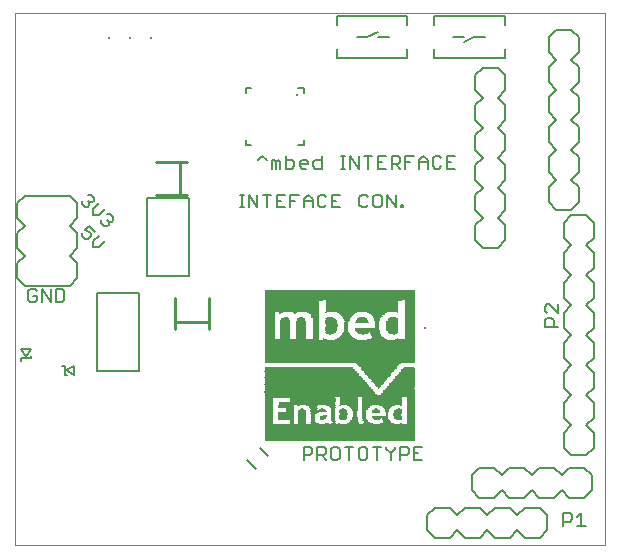
<source format=gto>
G75*
%MOIN*%
%OFA0B0*%
%FSLAX25Y25*%
%IPPOS*%
%LPD*%
%AMOC8*
5,1,8,0,0,1.08239X$1,22.5*
%
%ADD10C,0.00000*%
%ADD11C,0.00800*%
%ADD12C,0.01000*%
%ADD13C,0.00500*%
%ADD14R,0.00886X0.00886*%
%ADD15R,0.00984X0.00984*%
%ADD16R,0.50000X0.00182*%
%ADD17R,0.50000X0.00182*%
%ADD18R,0.50000X0.00181*%
%ADD19R,0.02910X0.00181*%
%ADD20R,0.01280X0.00181*%
%ADD21R,0.02730X0.00181*%
%ADD22R,0.02550X0.00181*%
%ADD23R,0.01090X0.00181*%
%ADD24R,0.01270X0.00181*%
%ADD25R,0.00730X0.00181*%
%ADD26R,0.04000X0.00181*%
%ADD27R,0.03090X0.00181*%
%ADD28R,0.04550X0.00181*%
%ADD29R,0.00370X0.00181*%
%ADD30R,0.02910X0.00182*%
%ADD31R,0.01280X0.00182*%
%ADD32R,0.02730X0.00182*%
%ADD33R,0.02180X0.00182*%
%ADD34R,0.00550X0.00182*%
%ADD35R,0.01090X0.00182*%
%ADD36R,0.00190X0.00182*%
%ADD37R,0.03450X0.00182*%
%ADD38R,0.02360X0.00182*%
%ADD39R,0.03630X0.00182*%
%ADD40R,0.01820X0.00182*%
%ADD41R,0.00910X0.00182*%
%ADD42R,0.03090X0.00182*%
%ADD43R,0.02000X0.00182*%
%ADD44R,0.02910X0.00182*%
%ADD45R,0.01280X0.00182*%
%ADD46R,0.02730X0.00182*%
%ADD47R,0.01640X0.00182*%
%ADD48R,0.00910X0.00182*%
%ADD49R,0.02730X0.00182*%
%ADD50R,0.01640X0.00182*%
%ADD51R,0.02550X0.00182*%
%ADD52R,0.01460X0.00182*%
%ADD53R,0.02550X0.00182*%
%ADD54R,0.01630X0.00182*%
%ADD55R,0.02370X0.00182*%
%ADD56R,0.01270X0.00182*%
%ADD57R,0.02370X0.00182*%
%ADD58R,0.01630X0.00182*%
%ADD59R,0.02190X0.00182*%
%ADD60R,0.02180X0.00181*%
%ADD61R,0.01820X0.00181*%
%ADD62R,0.00540X0.00182*%
%ADD63R,0.00730X0.00182*%
%ADD64R,0.01640X0.00182*%
%ADD65R,0.05100X0.00182*%
%ADD66R,0.01820X0.00182*%
%ADD67R,0.02180X0.00182*%
%ADD68R,0.01810X0.00182*%
%ADD69R,0.01450X0.00182*%
%ADD70R,0.02540X0.00182*%
%ADD71R,0.05100X0.00181*%
%ADD72R,0.01450X0.00181*%
%ADD73R,0.02360X0.00181*%
%ADD74R,0.01460X0.00181*%
%ADD75R,0.05450X0.00181*%
%ADD76R,0.01640X0.00182*%
%ADD77R,0.01460X0.00182*%
%ADD78R,0.05450X0.00182*%
%ADD79R,0.05100X0.00182*%
%ADD80R,0.01270X0.00182*%
%ADD81R,0.01810X0.00182*%
%ADD82R,0.01450X0.00182*%
%ADD83R,0.02540X0.00182*%
%ADD84R,0.01460X0.00182*%
%ADD85R,0.05640X0.00182*%
%ADD86R,0.01640X0.00181*%
%ADD87R,0.00910X0.00181*%
%ADD88R,0.02900X0.00182*%
%ADD89R,0.03090X0.00181*%
%ADD90R,0.02540X0.00181*%
%ADD91R,0.02720X0.00181*%
%ADD92R,0.05270X0.00182*%
%ADD93R,0.02720X0.00182*%
%ADD94R,0.05090X0.00182*%
%ADD95R,0.02360X0.00182*%
%ADD96R,0.02000X0.00182*%
%ADD97R,0.05090X0.00182*%
%ADD98R,0.02180X0.00182*%
%ADD99R,0.01820X0.00182*%
%ADD100R,0.01270X0.00182*%
%ADD101R,0.02190X0.00182*%
%ADD102R,0.00720X0.00182*%
%ADD103R,0.02360X0.00181*%
%ADD104R,0.01630X0.00181*%
%ADD105R,0.02000X0.00181*%
%ADD106R,0.02910X0.00182*%
%ADD107R,0.00360X0.00181*%
%ADD108R,0.04000X0.00182*%
%ADD109R,0.00360X0.00182*%
%ADD110R,0.03640X0.00182*%
%ADD111R,0.03640X0.00182*%
%ADD112R,0.05090X0.00182*%
%ADD113R,0.00370X0.00182*%
%ADD114R,0.18910X0.00182*%
%ADD115R,0.06000X0.00182*%
%ADD116R,0.13280X0.00182*%
%ADD117R,0.18910X0.00182*%
%ADD118R,0.06000X0.00182*%
%ADD119R,0.13280X0.00182*%
%ADD120R,0.18910X0.00181*%
%ADD121R,0.06000X0.00181*%
%ADD122R,0.13280X0.00181*%
%ADD123R,0.15090X0.00182*%
%ADD124R,0.15090X0.00181*%
%ADD125R,0.15090X0.00182*%
%ADD126R,0.23450X0.00182*%
%ADD127R,0.24180X0.00182*%
%ADD128R,0.06730X0.00182*%
%ADD129R,0.14000X0.00182*%
%ADD130R,0.37450X0.00182*%
%ADD131R,0.11640X0.00182*%
%ADD132R,0.37270X0.00182*%
%ADD133R,0.11460X0.00182*%
%ADD134R,0.37090X0.00182*%
%ADD135R,0.11270X0.00182*%
%ADD136R,0.36910X0.00181*%
%ADD137R,0.11090X0.00181*%
%ADD138R,0.36730X0.00182*%
%ADD139R,0.10910X0.00182*%
%ADD140R,0.36540X0.00182*%
%ADD141R,0.10730X0.00182*%
%ADD142R,0.36360X0.00182*%
%ADD143R,0.10730X0.00182*%
%ADD144R,0.36360X0.00182*%
%ADD145R,0.10550X0.00182*%
%ADD146R,0.36180X0.00182*%
%ADD147R,0.10360X0.00182*%
%ADD148R,0.36000X0.00181*%
%ADD149R,0.10180X0.00181*%
%ADD150R,0.35820X0.00182*%
%ADD151R,0.10000X0.00182*%
%ADD152R,0.35640X0.00182*%
%ADD153R,0.09820X0.00182*%
%ADD154R,0.35450X0.00182*%
%ADD155R,0.09640X0.00182*%
%ADD156R,0.35270X0.00182*%
%ADD157R,0.00180X0.00182*%
%ADD158R,0.35090X0.00181*%
%ADD159R,0.00540X0.00181*%
%ADD160R,0.09460X0.00181*%
%ADD161R,0.35090X0.00182*%
%ADD162R,0.09270X0.00182*%
%ADD163R,0.34910X0.00182*%
%ADD164R,0.09090X0.00182*%
%ADD165R,0.34730X0.00182*%
%ADD166R,0.08910X0.00182*%
%ADD167R,0.34540X0.00182*%
%ADD168R,0.08730X0.00182*%
%ADD169R,0.34360X0.00182*%
%ADD170R,0.08550X0.00182*%
%ADD171R,0.34180X0.00181*%
%ADD172R,0.08550X0.00181*%
%ADD173R,0.34000X0.00182*%
%ADD174R,0.08360X0.00182*%
%ADD175R,0.33820X0.00182*%
%ADD176R,0.08180X0.00182*%
%ADD177R,0.03460X0.00182*%
%ADD178R,0.08000X0.00182*%
%ADD179R,0.33640X0.00182*%
%ADD180R,0.07820X0.00182*%
%ADD181R,0.33450X0.00181*%
%ADD182R,0.07640X0.00181*%
%ADD183R,0.33270X0.00182*%
%ADD184R,0.04360X0.00182*%
%ADD185R,0.07460X0.00182*%
%ADD186R,0.33090X0.00182*%
%ADD187R,0.04540X0.00182*%
%ADD188R,0.32910X0.00182*%
%ADD189R,0.04910X0.00182*%
%ADD190R,0.07270X0.00182*%
%ADD191R,0.32730X0.00182*%
%ADD192R,0.07090X0.00182*%
%ADD193R,0.32540X0.00182*%
%ADD194R,0.05640X0.00182*%
%ADD195R,0.06910X0.00182*%
%ADD196R,0.32540X0.00181*%
%ADD197R,0.05820X0.00181*%
%ADD198R,0.06730X0.00181*%
%ADD199R,0.32360X0.00182*%
%ADD200R,0.06180X0.00182*%
%ADD201R,0.06550X0.00182*%
%ADD202R,0.32180X0.00182*%
%ADD203R,0.06360X0.00182*%
%ADD204R,0.32000X0.00182*%
%ADD205R,0.06910X0.00182*%
%ADD206R,0.31820X0.00182*%
%ADD207R,0.31640X0.00181*%
%ADD208R,0.07460X0.00181*%
%ADD209R,0.31450X0.00182*%
%ADD210R,0.07820X0.00182*%
%ADD211R,0.05820X0.00182*%
%ADD212R,0.31270X0.00182*%
%ADD213R,0.08360X0.00182*%
%ADD214R,0.05460X0.00182*%
%ADD215R,0.31090X0.00182*%
%ADD216R,0.08730X0.00182*%
%ADD217R,0.30910X0.00182*%
%ADD218R,0.09090X0.00182*%
%ADD219R,0.30730X0.00181*%
%ADD220R,0.09450X0.00181*%
%ADD221R,0.05090X0.00181*%
%ADD222R,0.30540X0.00182*%
%ADD223R,0.04910X0.00182*%
%ADD224R,0.30360X0.00182*%
%ADD225R,0.04730X0.00182*%
%ADD226R,0.30180X0.00182*%
%ADD227R,0.10180X0.00182*%
%ADD228R,0.04550X0.00182*%
%ADD229R,0.30000X0.00181*%
%ADD230R,0.10910X0.00181*%
%ADD231R,0.04360X0.00181*%
%ADD232R,0.29820X0.00182*%
%ADD233R,0.04180X0.00182*%
%ADD234R,0.29640X0.00182*%
%ADD235R,0.29450X0.00182*%
%ADD236R,0.11820X0.00182*%
%ADD237R,0.03820X0.00182*%
%ADD238R,0.29270X0.00182*%
%ADD239R,0.12180X0.00182*%
%ADD240R,0.12360X0.00182*%
%ADD241R,0.12730X0.00181*%
%ADD242R,0.13090X0.00182*%
%ADD243R,0.13450X0.00182*%
%ADD244R,0.13820X0.00182*%
%ADD245R,0.14180X0.00182*%
%ADD246R,0.14360X0.00181*%
%ADD247R,0.14550X0.00182*%
%ADD248R,0.15270X0.00182*%
%ADD249R,0.18000X0.00181*%
%ADD250R,0.07640X0.00181*%
%ADD251R,0.06910X0.00181*%
%ADD252R,0.03090X0.00182*%
%ADD253R,0.03100X0.00182*%
%ADD254R,0.06540X0.00182*%
%ADD255R,0.00540X0.00182*%
%ADD256R,0.00180X0.00182*%
%ADD257R,0.03090X0.00182*%
%ADD258R,0.03090X0.00182*%
%ADD259R,0.03100X0.00182*%
%ADD260R,0.02180X0.00182*%
%ADD261R,0.04190X0.00182*%
%ADD262R,0.03460X0.00182*%
%ADD263R,0.03810X0.00182*%
%ADD264R,0.03100X0.00181*%
%ADD265R,0.03640X0.00181*%
%ADD266R,0.03450X0.00181*%
%ADD267R,0.03460X0.00181*%
%ADD268R,0.03280X0.00182*%
%ADD269R,0.03270X0.00182*%
%ADD270R,0.02540X0.00182*%
%ADD271R,0.02370X0.00181*%
%ADD272R,0.02370X0.00181*%
%ADD273R,0.03270X0.00181*%
%ADD274R,0.02180X0.00181*%
%ADD275R,0.03630X0.00182*%
%ADD276R,0.03270X0.00182*%
%ADD277R,0.03450X0.00182*%
%ADD278R,0.03820X0.00182*%
%ADD279R,0.03820X0.00181*%
%ADD280R,0.07820X0.00181*%
%ADD281R,0.04180X0.00182*%
%ADD282R,0.04180X0.00181*%
%ADD283R,0.01460X0.00181*%
%ADD284R,0.03820X0.00182*%
%ADD285R,0.03640X0.00182*%
%ADD286R,0.01820X0.00182*%
%ADD287R,0.03630X0.00182*%
%ADD288R,0.02910X0.00181*%
%ADD289R,0.03640X0.00181*%
%ADD290R,0.02730X0.00182*%
%ADD291R,0.04730X0.00182*%
%ADD292R,0.04550X0.00182*%
%ADD293R,0.00360X0.00182*%
%ADD294R,0.00900X0.00182*%
%ADD295R,0.05820X0.00182*%
%ADD296R,0.05630X0.00182*%
%ADD297R,0.00360X0.00181*%
%ADD298R,0.06540X0.00181*%
%ADD299R,0.06550X0.00181*%
%ADD300R,0.00180X0.00181*%
%ADD301R,0.06180X0.00182*%
%ADD302R,0.00730X0.00182*%
%ADD303R,0.07640X0.00182*%
%ADD304R,0.07630X0.00182*%
%ADD305R,0.18000X0.00182*%
%ADD306R,0.24180X0.00182*%
%ADD307R,0.24180X0.00181*%
%ADD308R,0.18000X0.00182*%
%ADD309R,0.24180X0.00182*%
%ADD310R,0.18730X0.00182*%
%ADD311R,0.24910X0.00182*%
%ADD312R,0.19450X0.00181*%
%ADD313R,0.25640X0.00181*%
%ADD314C,0.00600*%
D10*
X0008340Y0016382D02*
X0008340Y0193548D01*
X0205190Y0193548D01*
X0205190Y0016382D01*
X0008340Y0016382D01*
D11*
X0024993Y0072867D02*
X0025899Y0072867D01*
X0024982Y0072879D02*
X0024982Y0076028D01*
X0024954Y0076016D02*
X0024049Y0076016D01*
X0025375Y0074453D02*
X0028052Y0072879D01*
X0028052Y0076028D01*
X0025375Y0074453D01*
X0035789Y0074349D02*
X0035789Y0100149D01*
X0049789Y0100149D01*
X0049789Y0074349D01*
X0035789Y0074349D01*
X0013667Y0078508D02*
X0013667Y0079414D01*
X0013655Y0078497D02*
X0010505Y0078497D01*
X0010517Y0078469D02*
X0010517Y0077564D01*
X0012080Y0078890D02*
X0013655Y0081567D01*
X0010505Y0081567D01*
X0012080Y0078890D01*
X0013574Y0097294D02*
X0014976Y0097294D01*
X0015676Y0097995D01*
X0015676Y0099396D01*
X0014275Y0099396D01*
X0015676Y0100797D02*
X0014976Y0101498D01*
X0013574Y0101498D01*
X0012874Y0100797D01*
X0012874Y0097995D01*
X0013574Y0097294D01*
X0017478Y0097294D02*
X0017478Y0101498D01*
X0020280Y0097294D01*
X0020280Y0101498D01*
X0022082Y0101498D02*
X0024183Y0101498D01*
X0024884Y0100797D01*
X0024884Y0097995D01*
X0024183Y0097294D01*
X0022082Y0097294D01*
X0022082Y0101498D01*
X0034412Y0115483D02*
X0036393Y0115483D01*
X0038375Y0117464D01*
X0036393Y0119446D02*
X0034412Y0117464D01*
X0034412Y0115483D01*
X0032642Y0118243D02*
X0031652Y0118243D01*
X0030661Y0119234D01*
X0030661Y0120224D01*
X0031652Y0121215D02*
X0033138Y0120720D01*
X0033633Y0120224D01*
X0033633Y0119234D01*
X0032642Y0118243D01*
X0035119Y0120720D02*
X0033138Y0122701D01*
X0031652Y0121215D01*
X0034412Y0126309D02*
X0036393Y0126309D01*
X0038375Y0128291D01*
X0039153Y0126522D02*
X0040144Y0126522D01*
X0041135Y0125531D01*
X0041135Y0124540D01*
X0040639Y0124045D01*
X0039649Y0124045D01*
X0039649Y0123054D01*
X0039153Y0122559D01*
X0038163Y0122559D01*
X0037172Y0123549D01*
X0037172Y0124540D01*
X0039153Y0124540D02*
X0039649Y0124045D01*
X0034412Y0126309D02*
X0034412Y0128291D01*
X0036393Y0130273D01*
X0034624Y0131051D02*
X0034624Y0132042D01*
X0033633Y0133033D01*
X0032642Y0133033D01*
X0032642Y0131051D02*
X0033138Y0130556D01*
X0033138Y0129565D01*
X0032642Y0129069D01*
X0031652Y0129069D01*
X0030661Y0130060D01*
X0030661Y0131051D01*
X0033138Y0130556D02*
X0034129Y0130556D01*
X0034624Y0131051D01*
X0052324Y0131881D02*
X0066324Y0131881D01*
X0066324Y0106081D01*
X0052324Y0106081D01*
X0052324Y0131881D01*
X0083346Y0132994D02*
X0084747Y0132994D01*
X0084047Y0132994D02*
X0084047Y0128790D01*
X0084747Y0128790D02*
X0083346Y0128790D01*
X0086415Y0128790D02*
X0086415Y0132994D01*
X0089218Y0128790D01*
X0089218Y0132994D01*
X0091019Y0132994D02*
X0093822Y0132994D01*
X0092421Y0132994D02*
X0092421Y0128790D01*
X0095623Y0128790D02*
X0095623Y0132994D01*
X0098426Y0132994D01*
X0100227Y0132994D02*
X0103030Y0132994D01*
X0104831Y0131593D02*
X0106232Y0132994D01*
X0107634Y0131593D01*
X0107634Y0128790D01*
X0109435Y0129491D02*
X0110136Y0128790D01*
X0111537Y0128790D01*
X0112237Y0129491D01*
X0114039Y0128790D02*
X0116841Y0128790D01*
X0115440Y0130892D02*
X0114039Y0130892D01*
X0114039Y0132994D02*
X0114039Y0128790D01*
X0112237Y0132293D02*
X0111537Y0132994D01*
X0110136Y0132994D01*
X0109435Y0132293D01*
X0109435Y0129491D01*
X0107634Y0130892D02*
X0104831Y0130892D01*
X0104831Y0131593D02*
X0104831Y0128790D01*
X0101628Y0130892D02*
X0100227Y0130892D01*
X0100227Y0128790D02*
X0100227Y0132994D01*
X0097025Y0130892D02*
X0095623Y0130892D01*
X0095623Y0128790D02*
X0098426Y0128790D01*
X0098656Y0141782D02*
X0100758Y0141782D01*
X0101459Y0142483D01*
X0101459Y0143884D01*
X0100758Y0144585D01*
X0098656Y0144585D01*
X0098656Y0145986D02*
X0098656Y0141782D01*
X0096855Y0141782D02*
X0096855Y0143884D01*
X0096154Y0144585D01*
X0095454Y0143884D01*
X0095454Y0141782D01*
X0094052Y0141782D02*
X0094052Y0144585D01*
X0094753Y0144585D01*
X0095454Y0143884D01*
X0092251Y0144585D02*
X0090850Y0145986D01*
X0089449Y0144585D01*
X0103260Y0143884D02*
X0103260Y0142483D01*
X0103961Y0141782D01*
X0105362Y0141782D01*
X0106063Y0143184D02*
X0103260Y0143184D01*
X0103260Y0143884D02*
X0103961Y0144585D01*
X0105362Y0144585D01*
X0106063Y0143884D01*
X0106063Y0143184D01*
X0107864Y0143884D02*
X0108565Y0144585D01*
X0110667Y0144585D01*
X0110667Y0145986D02*
X0110667Y0141782D01*
X0108565Y0141782D01*
X0107864Y0142483D01*
X0107864Y0143884D01*
X0117072Y0141782D02*
X0118473Y0141782D01*
X0117773Y0141782D02*
X0117773Y0145986D01*
X0118473Y0145986D02*
X0117072Y0145986D01*
X0120141Y0145986D02*
X0120141Y0141782D01*
X0122944Y0141782D02*
X0122944Y0145986D01*
X0124745Y0145986D02*
X0127548Y0145986D01*
X0126146Y0145986D02*
X0126146Y0141782D01*
X0122944Y0141782D02*
X0120141Y0145986D01*
X0129349Y0145986D02*
X0129349Y0141782D01*
X0132152Y0141782D01*
X0133953Y0141782D02*
X0133953Y0145986D01*
X0136055Y0145986D01*
X0136756Y0145285D01*
X0136756Y0143884D01*
X0136055Y0143184D01*
X0133953Y0143184D01*
X0135354Y0143184D02*
X0136756Y0141782D01*
X0138557Y0141782D02*
X0138557Y0145986D01*
X0141359Y0145986D01*
X0143161Y0144585D02*
X0144562Y0145986D01*
X0145963Y0144585D01*
X0145963Y0141782D01*
X0147765Y0142483D02*
X0147765Y0145285D01*
X0148466Y0145986D01*
X0149867Y0145986D01*
X0150567Y0145285D01*
X0152369Y0145986D02*
X0152369Y0141782D01*
X0155171Y0141782D01*
X0153770Y0143884D02*
X0152369Y0143884D01*
X0152369Y0145986D02*
X0155171Y0145986D01*
X0150567Y0142483D02*
X0149867Y0141782D01*
X0148466Y0141782D01*
X0147765Y0142483D01*
X0145963Y0143884D02*
X0143161Y0143884D01*
X0143161Y0144585D02*
X0143161Y0141782D01*
X0139958Y0143884D02*
X0138557Y0143884D01*
X0132152Y0145986D02*
X0129349Y0145986D01*
X0129349Y0143884D02*
X0130750Y0143884D01*
X0129953Y0132994D02*
X0130653Y0132293D01*
X0130653Y0129491D01*
X0129953Y0128790D01*
X0128551Y0128790D01*
X0127851Y0129491D01*
X0127851Y0132293D01*
X0128551Y0132994D01*
X0129953Y0132994D01*
X0132455Y0132994D02*
X0135257Y0128790D01*
X0135257Y0132994D01*
X0137059Y0129491D02*
X0137759Y0129491D01*
X0137759Y0128790D01*
X0137059Y0128790D01*
X0137059Y0129491D01*
X0132455Y0128790D02*
X0132455Y0132994D01*
X0126049Y0132293D02*
X0125349Y0132994D01*
X0123947Y0132994D01*
X0123247Y0132293D01*
X0123247Y0129491D01*
X0123947Y0128790D01*
X0125349Y0128790D01*
X0126049Y0129491D01*
X0116841Y0132994D02*
X0114039Y0132994D01*
X0185114Y0095776D02*
X0185114Y0094375D01*
X0185815Y0093675D01*
X0185815Y0091873D02*
X0185114Y0091172D01*
X0185114Y0089071D01*
X0189318Y0089071D01*
X0187917Y0089071D02*
X0187917Y0091172D01*
X0187216Y0091873D01*
X0185815Y0091873D01*
X0189318Y0093675D02*
X0186515Y0096477D01*
X0185815Y0096477D01*
X0185114Y0095776D01*
X0189318Y0096477D02*
X0189318Y0093675D01*
X0144240Y0048939D02*
X0141437Y0048939D01*
X0141437Y0044735D01*
X0144240Y0044735D01*
X0142839Y0046837D02*
X0141437Y0046837D01*
X0139636Y0046837D02*
X0139636Y0048238D01*
X0138935Y0048939D01*
X0136834Y0048939D01*
X0136834Y0044735D01*
X0136834Y0046136D02*
X0138935Y0046136D01*
X0139636Y0046837D01*
X0135032Y0048238D02*
X0135032Y0048939D01*
X0135032Y0048238D02*
X0133631Y0046837D01*
X0133631Y0044735D01*
X0133631Y0046837D02*
X0132230Y0048238D01*
X0132230Y0048939D01*
X0130428Y0048939D02*
X0127626Y0048939D01*
X0129027Y0048939D02*
X0129027Y0044735D01*
X0125824Y0045436D02*
X0125824Y0048238D01*
X0125124Y0048939D01*
X0123722Y0048939D01*
X0123022Y0048238D01*
X0123022Y0045436D01*
X0123722Y0044735D01*
X0125124Y0044735D01*
X0125824Y0045436D01*
X0121220Y0048939D02*
X0118418Y0048939D01*
X0119819Y0048939D02*
X0119819Y0044735D01*
X0116616Y0045436D02*
X0116616Y0048238D01*
X0115916Y0048939D01*
X0114514Y0048939D01*
X0113814Y0048238D01*
X0113814Y0045436D01*
X0114514Y0044735D01*
X0115916Y0044735D01*
X0116616Y0045436D01*
X0112012Y0044735D02*
X0110611Y0046136D01*
X0111312Y0046136D02*
X0109210Y0046136D01*
X0109210Y0044735D02*
X0109210Y0048939D01*
X0111312Y0048939D01*
X0112012Y0048238D01*
X0112012Y0046837D01*
X0111312Y0046136D01*
X0107408Y0046837D02*
X0107408Y0048238D01*
X0106708Y0048939D01*
X0104606Y0048939D01*
X0104606Y0044735D01*
X0104606Y0046136D02*
X0106708Y0046136D01*
X0107408Y0046837D01*
X0092817Y0045910D02*
X0090033Y0048694D01*
X0085857Y0044518D02*
X0088641Y0041734D01*
X0191220Y0026892D02*
X0191220Y0022688D01*
X0191220Y0024089D02*
X0193322Y0024089D01*
X0194023Y0024790D01*
X0194023Y0026191D01*
X0193322Y0026892D01*
X0191220Y0026892D01*
X0195824Y0025490D02*
X0197225Y0026892D01*
X0197225Y0022688D01*
X0195824Y0022688D02*
X0198627Y0022688D01*
D12*
X0072993Y0088371D02*
X0072993Y0098469D01*
X0072895Y0090670D02*
X0061895Y0090670D01*
X0061797Y0088371D02*
X0061797Y0098469D01*
X0063344Y0133008D02*
X0063344Y0144008D01*
X0065643Y0144107D02*
X0055545Y0144107D01*
X0055545Y0132910D02*
X0065643Y0132910D01*
D13*
X0085308Y0149453D02*
X0085308Y0151225D01*
X0085308Y0149453D02*
X0087080Y0149453D01*
X0102828Y0149453D02*
X0104600Y0149453D01*
X0104600Y0151225D01*
X0104600Y0166973D02*
X0104600Y0168745D01*
X0102828Y0168745D01*
X0115623Y0178587D02*
X0115623Y0181737D01*
X0115623Y0178587D02*
X0139245Y0178587D01*
X0139245Y0181737D01*
X0132946Y0185674D02*
X0129403Y0185674D01*
X0129403Y0187249D02*
X0125860Y0185674D01*
X0122316Y0185674D01*
X0115623Y0189611D02*
X0115623Y0192760D01*
X0139245Y0192760D01*
X0139245Y0189611D01*
X0148104Y0189611D02*
X0148104Y0192760D01*
X0171726Y0192760D01*
X0171726Y0189611D01*
X0165033Y0185674D02*
X0161489Y0185674D01*
X0157946Y0184099D01*
X0157946Y0185674D02*
X0154403Y0185674D01*
X0148104Y0181737D02*
X0148104Y0178587D01*
X0171726Y0178587D01*
X0171726Y0181737D01*
X0087080Y0168745D02*
X0085308Y0168745D01*
X0085308Y0166973D01*
D14*
X0102287Y0166432D03*
D15*
X0053615Y0185182D03*
X0046726Y0185182D03*
X0039836Y0185182D03*
X0145151Y0088725D03*
D16*
X0116714Y0083107D03*
X0116714Y0081107D03*
X0116714Y0079107D03*
X0116714Y0077107D03*
X0116714Y0099107D03*
X0116714Y0055107D03*
X0116714Y0053107D03*
X0116714Y0051107D03*
D17*
X0116714Y0051289D03*
X0116714Y0051471D03*
X0116714Y0051834D03*
X0116714Y0052016D03*
X0116714Y0052198D03*
X0116714Y0052380D03*
X0116714Y0052743D03*
X0116714Y0052925D03*
X0116714Y0053289D03*
X0116714Y0053471D03*
X0116714Y0053834D03*
X0116714Y0054016D03*
X0116714Y0054198D03*
X0116714Y0054380D03*
X0116714Y0054743D03*
X0116714Y0054925D03*
X0116714Y0055289D03*
X0116714Y0055471D03*
X0116714Y0055834D03*
X0116714Y0056016D03*
X0116714Y0056198D03*
X0116714Y0056380D03*
X0116714Y0065834D03*
X0116714Y0077289D03*
X0116714Y0077471D03*
X0116714Y0077834D03*
X0116714Y0078016D03*
X0116714Y0078198D03*
X0116714Y0078380D03*
X0116714Y0078743D03*
X0116714Y0078925D03*
X0116714Y0079289D03*
X0116714Y0079471D03*
X0116714Y0079834D03*
X0116714Y0080016D03*
X0116714Y0080198D03*
X0116714Y0080380D03*
X0116714Y0080743D03*
X0116714Y0080925D03*
X0116714Y0081289D03*
X0116714Y0081471D03*
X0116714Y0081834D03*
X0116714Y0082016D03*
X0116714Y0082198D03*
X0116714Y0082380D03*
X0116714Y0082743D03*
X0116714Y0082925D03*
X0116714Y0083289D03*
X0116714Y0083471D03*
X0116714Y0083834D03*
X0116714Y0084016D03*
X0116714Y0084198D03*
X0116714Y0084380D03*
X0116714Y0097834D03*
X0116714Y0098016D03*
X0116714Y0098198D03*
X0116714Y0098380D03*
X0116714Y0098743D03*
X0116714Y0098925D03*
X0116714Y0099289D03*
X0116714Y0099471D03*
X0116714Y0099834D03*
X0116714Y0100016D03*
X0116714Y0100198D03*
X0116714Y0100380D03*
X0116714Y0100743D03*
X0116714Y0100925D03*
D18*
X0116714Y0100561D03*
X0116714Y0099652D03*
X0116714Y0098561D03*
X0116714Y0083652D03*
X0116714Y0082561D03*
X0116714Y0081652D03*
X0116714Y0080561D03*
X0116714Y0079652D03*
X0116714Y0078561D03*
X0116714Y0077652D03*
X0116714Y0065652D03*
X0116714Y0055652D03*
X0116714Y0054561D03*
X0116714Y0053652D03*
X0116714Y0052561D03*
X0116714Y0051652D03*
D19*
X0135899Y0059652D03*
X0140259Y0059652D03*
X0140259Y0060561D03*
X0140259Y0061652D03*
X0140259Y0062561D03*
X0140259Y0063652D03*
X0140259Y0064561D03*
X0140259Y0058561D03*
X0140259Y0057652D03*
X0140259Y0056561D03*
X0093169Y0056561D03*
X0093169Y0057652D03*
X0093169Y0058561D03*
X0093169Y0059652D03*
X0093169Y0060561D03*
X0093169Y0061652D03*
X0093169Y0062561D03*
X0093169Y0063652D03*
X0093169Y0064561D03*
D20*
X0100714Y0057652D03*
X0100714Y0056561D03*
X0111804Y0084561D03*
X0118894Y0088561D03*
X0118894Y0089652D03*
D21*
X0123989Y0091652D03*
X0134529Y0091652D03*
X0135989Y0060561D03*
X0117989Y0059652D03*
X0104169Y0059652D03*
X0104169Y0058561D03*
X0104169Y0057652D03*
X0104169Y0056561D03*
D22*
X0104079Y0060561D03*
X0100079Y0060561D03*
X0100079Y0061652D03*
X0108259Y0056561D03*
X0136079Y0058561D03*
X0108439Y0092561D03*
D23*
X0096989Y0093652D03*
X0112259Y0056561D03*
D24*
X0114529Y0056561D03*
X0114529Y0057652D03*
X0107619Y0057652D03*
X0107619Y0058561D03*
X0129079Y0088561D03*
X0129079Y0089652D03*
D25*
X0116439Y0056561D03*
D26*
X0120984Y0056561D03*
X0132444Y0062561D03*
X0129534Y0070561D03*
X0134074Y0088561D03*
X0134074Y0089652D03*
X0113894Y0090561D03*
X0113894Y0088561D03*
D27*
X0093259Y0088561D03*
X0093259Y0087652D03*
X0093259Y0086561D03*
X0093259Y0085652D03*
X0093259Y0089652D03*
X0093259Y0090561D03*
X0093259Y0091652D03*
X0093259Y0092561D03*
X0093259Y0093652D03*
X0107439Y0062561D03*
X0125619Y0062561D03*
X0125989Y0056561D03*
D28*
X0132349Y0056561D03*
D29*
X0137169Y0056561D03*
D30*
X0135899Y0059289D03*
X0135899Y0059471D03*
X0135899Y0059834D03*
X0132439Y0062198D03*
X0128989Y0058380D03*
X0132439Y0056925D03*
X0140259Y0056925D03*
X0140259Y0056743D03*
X0140259Y0057289D03*
X0140259Y0057471D03*
X0140259Y0057834D03*
X0140259Y0058016D03*
X0140259Y0058198D03*
X0140259Y0058380D03*
X0140259Y0058743D03*
X0140259Y0058925D03*
X0140259Y0059289D03*
X0140259Y0059471D03*
X0140259Y0059834D03*
X0140259Y0060016D03*
X0140259Y0060198D03*
X0140259Y0060380D03*
X0140259Y0060743D03*
X0140259Y0060925D03*
X0140259Y0061289D03*
X0140259Y0061471D03*
X0140259Y0061834D03*
X0140259Y0062016D03*
X0140259Y0062198D03*
X0140259Y0062380D03*
X0140259Y0062743D03*
X0140259Y0062925D03*
X0140259Y0063289D03*
X0140259Y0063471D03*
X0140259Y0063834D03*
X0140259Y0064016D03*
X0140259Y0064198D03*
X0140259Y0064380D03*
X0140259Y0064743D03*
X0140259Y0064925D03*
X0140259Y0065289D03*
X0140259Y0065471D03*
X0121169Y0062380D03*
X0134439Y0086743D03*
X0129169Y0092198D03*
X0118989Y0092198D03*
X0108259Y0092925D03*
X0103709Y0090925D03*
X0103709Y0090743D03*
X0093169Y0064925D03*
X0093169Y0064743D03*
X0093169Y0064380D03*
X0093169Y0064198D03*
X0093169Y0064016D03*
X0093169Y0063834D03*
X0093169Y0063471D03*
X0093169Y0063289D03*
X0093169Y0062925D03*
X0093169Y0062743D03*
X0093169Y0062380D03*
X0093169Y0062198D03*
X0093169Y0062016D03*
X0093169Y0061834D03*
X0093169Y0061471D03*
X0093169Y0061289D03*
X0093169Y0060925D03*
X0093169Y0060743D03*
X0093169Y0060380D03*
X0093169Y0060198D03*
X0093169Y0060016D03*
X0093169Y0059834D03*
X0093169Y0059471D03*
X0093169Y0059289D03*
X0093169Y0058925D03*
X0093169Y0058743D03*
X0093169Y0058380D03*
X0093169Y0058198D03*
X0093169Y0058016D03*
X0093169Y0057834D03*
X0093169Y0057471D03*
X0093169Y0057289D03*
X0093169Y0056925D03*
X0093169Y0056743D03*
D31*
X0100714Y0056743D03*
X0100714Y0056925D03*
X0100714Y0057289D03*
X0100714Y0057471D03*
X0100714Y0057834D03*
X0118894Y0088016D03*
X0118894Y0088198D03*
X0118894Y0088380D03*
X0118894Y0088743D03*
X0118894Y0088925D03*
X0118894Y0089289D03*
X0118894Y0089471D03*
X0118894Y0089834D03*
X0118894Y0090016D03*
X0118894Y0090198D03*
X0118894Y0090380D03*
D32*
X0098529Y0091289D03*
X0107619Y0062380D03*
X0104169Y0060380D03*
X0104169Y0060198D03*
X0104169Y0060016D03*
X0104169Y0059834D03*
X0104169Y0059471D03*
X0104169Y0059289D03*
X0104169Y0058925D03*
X0104169Y0058743D03*
X0104169Y0058380D03*
X0104169Y0058198D03*
X0104169Y0058016D03*
X0104169Y0057834D03*
X0104169Y0057471D03*
X0104169Y0057289D03*
X0104169Y0056925D03*
X0104169Y0056743D03*
X0117989Y0059471D03*
X0117989Y0059834D03*
X0117989Y0060016D03*
X0129619Y0069834D03*
X0135989Y0060380D03*
X0135989Y0060198D03*
X0135989Y0060016D03*
X0135989Y0058925D03*
X0135989Y0058743D03*
D33*
X0132074Y0057834D03*
X0121534Y0061834D03*
X0114074Y0062380D03*
X0110984Y0058380D03*
X0108074Y0056743D03*
X0108074Y0060198D03*
X0108074Y0061289D03*
X0108624Y0084743D03*
X0108624Y0084925D03*
X0108624Y0085289D03*
X0108624Y0085471D03*
X0108624Y0085834D03*
X0108624Y0086016D03*
X0108624Y0086198D03*
X0108624Y0086380D03*
X0108624Y0086743D03*
X0108624Y0086925D03*
X0108624Y0087289D03*
X0108624Y0087471D03*
X0108624Y0087834D03*
X0108624Y0088016D03*
X0108624Y0088198D03*
X0108624Y0088380D03*
X0108624Y0088743D03*
X0108624Y0088925D03*
X0108624Y0089289D03*
X0108624Y0089471D03*
X0108624Y0089834D03*
X0108624Y0090016D03*
X0108624Y0090198D03*
X0108624Y0090380D03*
X0108624Y0090743D03*
X0108624Y0090925D03*
X0108624Y0091289D03*
X0108624Y0091471D03*
X0108624Y0091834D03*
X0113534Y0091834D03*
X0124074Y0091834D03*
D34*
X0098529Y0092016D03*
X0104169Y0061471D03*
X0112349Y0056743D03*
X0136349Y0057834D03*
X0136349Y0061471D03*
D35*
X0132439Y0060925D03*
X0132439Y0060743D03*
X0114619Y0057289D03*
X0114619Y0056743D03*
X0111709Y0059289D03*
D36*
X0116349Y0056743D03*
D37*
X0121079Y0056743D03*
X0132349Y0062380D03*
X0134349Y0091289D03*
D38*
X0103804Y0091471D03*
X0107804Y0062016D03*
X0117804Y0060925D03*
X0117804Y0058380D03*
X0125804Y0056743D03*
D39*
X0132439Y0056743D03*
X0129169Y0085471D03*
X0129169Y0092743D03*
D40*
X0129164Y0091471D03*
X0129164Y0091289D03*
X0121714Y0061289D03*
X0121714Y0060925D03*
X0121714Y0058380D03*
X0121714Y0058198D03*
X0117714Y0058016D03*
X0117714Y0061289D03*
X0107894Y0059834D03*
X0107894Y0056925D03*
D41*
X0114709Y0056925D03*
X0129619Y0068743D03*
X0132349Y0060380D03*
X0132349Y0060198D03*
X0132349Y0060016D03*
X0132349Y0059834D03*
X0132349Y0059471D03*
X0132349Y0059289D03*
X0124349Y0086380D03*
X0113259Y0086380D03*
X0113439Y0092016D03*
D42*
X0118899Y0086016D03*
X0124349Y0086743D03*
X0128349Y0086925D03*
X0129259Y0092380D03*
X0129619Y0070016D03*
X0121259Y0056925D03*
X0113619Y0062743D03*
X0093259Y0084743D03*
X0093259Y0084925D03*
X0093259Y0085289D03*
X0093259Y0085471D03*
X0093259Y0085834D03*
X0093259Y0086016D03*
X0093259Y0086198D03*
X0093259Y0086380D03*
X0093259Y0086743D03*
X0093259Y0086925D03*
X0093259Y0087289D03*
X0093259Y0087471D03*
X0093259Y0087834D03*
X0093259Y0088016D03*
X0093259Y0088198D03*
X0093259Y0088380D03*
X0093259Y0088743D03*
X0093259Y0088925D03*
X0093259Y0089289D03*
X0093259Y0089471D03*
X0093259Y0089834D03*
X0093259Y0090016D03*
X0093259Y0090198D03*
X0093259Y0090380D03*
X0093259Y0090743D03*
X0093259Y0090925D03*
X0093259Y0091289D03*
X0093259Y0091471D03*
X0093259Y0091834D03*
X0093259Y0092016D03*
X0093259Y0092198D03*
X0093259Y0092380D03*
X0093259Y0092743D03*
X0093259Y0092925D03*
X0093259Y0093289D03*
X0093259Y0093471D03*
D43*
X0118894Y0091471D03*
X0118894Y0086925D03*
X0134534Y0091834D03*
X0129624Y0069471D03*
X0125074Y0061471D03*
X0121624Y0061471D03*
X0121624Y0058016D03*
X0121624Y0057834D03*
X0125804Y0056925D03*
X0114164Y0062198D03*
X0111074Y0058198D03*
X0107984Y0060016D03*
D44*
X0093169Y0059107D03*
X0093169Y0061107D03*
X0093169Y0063107D03*
X0093169Y0065107D03*
X0093169Y0057107D03*
X0098439Y0091107D03*
X0103709Y0091107D03*
X0108259Y0093107D03*
X0140259Y0065107D03*
X0140259Y0063107D03*
X0140259Y0061107D03*
X0140259Y0059107D03*
X0140259Y0057107D03*
D45*
X0118894Y0089107D03*
X0100714Y0057107D03*
D46*
X0104169Y0057107D03*
X0104169Y0059107D03*
X0135989Y0059107D03*
D47*
X0121804Y0059107D03*
X0107804Y0057107D03*
D48*
X0114709Y0057107D03*
D49*
X0121259Y0057107D03*
D50*
X0125624Y0057107D03*
X0124894Y0061107D03*
D51*
X0132439Y0057107D03*
X0100079Y0061107D03*
D52*
X0107714Y0059471D03*
X0107714Y0059289D03*
X0107714Y0057471D03*
X0107714Y0057289D03*
X0124984Y0058016D03*
X0118984Y0090743D03*
X0098624Y0091834D03*
D53*
X0108439Y0092380D03*
X0129169Y0092016D03*
X0125349Y0062198D03*
X0121349Y0062198D03*
X0121349Y0057289D03*
X0132439Y0062016D03*
X0136079Y0060743D03*
X0136079Y0058380D03*
X0108259Y0060380D03*
X0104079Y0060743D03*
X0104079Y0060925D03*
X0100079Y0060925D03*
X0100079Y0060743D03*
X0100079Y0061289D03*
X0100079Y0061471D03*
X0100079Y0061834D03*
D54*
X0104169Y0061289D03*
X0125439Y0057289D03*
D55*
X0125259Y0062016D03*
X0132349Y0057289D03*
D56*
X0129619Y0068925D03*
X0114529Y0058016D03*
X0114529Y0057834D03*
X0114529Y0057471D03*
X0107619Y0057834D03*
X0107619Y0058016D03*
X0107619Y0058198D03*
X0107619Y0058380D03*
X0107619Y0058743D03*
X0107619Y0058925D03*
X0129079Y0088743D03*
X0129079Y0088925D03*
X0129079Y0089289D03*
X0129079Y0089471D03*
X0129079Y0089834D03*
X0129079Y0090016D03*
X0129079Y0090198D03*
X0129079Y0090380D03*
D57*
X0121439Y0062016D03*
X0121439Y0057471D03*
X0136169Y0058198D03*
X0136169Y0060925D03*
D58*
X0132349Y0061471D03*
X0125259Y0057471D03*
X0114349Y0061289D03*
X0114349Y0061471D03*
D59*
X0132259Y0057471D03*
D60*
X0132074Y0057652D03*
X0121534Y0057652D03*
X0121534Y0061652D03*
X0110984Y0058561D03*
X0108624Y0085652D03*
X0108624Y0086561D03*
X0108624Y0087652D03*
X0108624Y0088561D03*
X0108624Y0089652D03*
X0108624Y0090561D03*
X0108624Y0091652D03*
X0098624Y0091652D03*
X0118984Y0091652D03*
D61*
X0132444Y0061652D03*
X0125164Y0057652D03*
X0121714Y0058561D03*
D62*
X0117624Y0061471D03*
X0110894Y0057834D03*
X0128714Y0061471D03*
D63*
X0128989Y0057834D03*
X0117529Y0057834D03*
X0102989Y0062743D03*
X0111529Y0084743D03*
X0124079Y0092016D03*
X0134619Y0092016D03*
X0134619Y0086380D03*
D64*
X0118894Y0087289D03*
X0118894Y0087471D03*
X0118894Y0090925D03*
X0124894Y0060925D03*
X0124894Y0060743D03*
X0124894Y0058380D03*
X0124894Y0058198D03*
X0125074Y0057834D03*
X0128714Y0061289D03*
X0110894Y0058016D03*
D65*
X0098804Y0058016D03*
X0098804Y0058198D03*
X0098804Y0058380D03*
X0098804Y0058743D03*
X0098804Y0058925D03*
X0098804Y0059289D03*
X0098804Y0059471D03*
X0098804Y0059834D03*
X0098804Y0060016D03*
X0098804Y0060198D03*
X0098804Y0060380D03*
X0098804Y0062016D03*
X0098804Y0062198D03*
X0098804Y0062380D03*
X0098804Y0062743D03*
D66*
X0124984Y0061289D03*
X0128984Y0058016D03*
X0129534Y0069289D03*
X0118984Y0091289D03*
D67*
X0118804Y0086743D03*
X0129164Y0091834D03*
X0132444Y0061834D03*
X0131714Y0058380D03*
X0131894Y0058198D03*
X0131894Y0058016D03*
X0125164Y0061834D03*
X0117714Y0058198D03*
X0111164Y0058743D03*
X0111164Y0058925D03*
X0110804Y0061289D03*
D68*
X0114259Y0061834D03*
X0114259Y0062016D03*
X0136259Y0061289D03*
X0136259Y0058016D03*
D69*
X0132439Y0061289D03*
X0114439Y0060925D03*
X0114439Y0060743D03*
X0114439Y0060380D03*
X0114439Y0060198D03*
X0114439Y0060016D03*
X0114439Y0059834D03*
X0114439Y0059471D03*
X0114439Y0059289D03*
X0114439Y0058925D03*
X0114439Y0058743D03*
X0114439Y0058380D03*
X0114439Y0058198D03*
X0129169Y0090743D03*
X0129169Y0090925D03*
D70*
X0118984Y0091834D03*
X0118984Y0092016D03*
X0107714Y0062198D03*
X0107894Y0061834D03*
X0117894Y0060743D03*
X0117894Y0060380D03*
X0117894Y0060198D03*
X0117894Y0059289D03*
X0117894Y0058925D03*
X0117894Y0058743D03*
X0128984Y0058198D03*
D71*
X0098804Y0058561D03*
X0098804Y0059652D03*
X0098804Y0062561D03*
D72*
X0114439Y0060561D03*
X0114439Y0059652D03*
X0114439Y0058561D03*
X0129169Y0090561D03*
D73*
X0117804Y0058561D03*
D74*
X0124804Y0058561D03*
X0124804Y0059652D03*
X0124804Y0060561D03*
X0118804Y0087652D03*
D75*
X0130079Y0058561D03*
D76*
X0121804Y0058743D03*
X0121804Y0058925D03*
X0121804Y0059289D03*
X0121804Y0059471D03*
X0121804Y0059834D03*
X0121804Y0060016D03*
X0121804Y0060198D03*
X0121804Y0060380D03*
X0121804Y0060743D03*
X0103804Y0091834D03*
D77*
X0118804Y0087834D03*
X0124804Y0060380D03*
X0124804Y0060198D03*
X0124804Y0060016D03*
X0124804Y0059834D03*
X0124804Y0059471D03*
X0124804Y0059289D03*
X0124804Y0058925D03*
X0124804Y0058743D03*
D78*
X0130079Y0058743D03*
X0130079Y0058925D03*
D79*
X0118804Y0085107D03*
X0098804Y0059107D03*
D80*
X0107619Y0059107D03*
X0129079Y0089107D03*
D81*
X0111349Y0059107D03*
D82*
X0114439Y0059107D03*
X0114439Y0061107D03*
X0129529Y0069107D03*
D83*
X0117894Y0059107D03*
D84*
X0124804Y0059107D03*
D85*
X0129984Y0059107D03*
D86*
X0121804Y0059652D03*
X0121804Y0060561D03*
X0107804Y0059652D03*
X0101804Y0093652D03*
D87*
X0132349Y0060561D03*
X0132349Y0059652D03*
D88*
X0128804Y0060380D03*
X0118804Y0086198D03*
D89*
X0098529Y0086561D03*
X0098529Y0085652D03*
X0098529Y0087652D03*
X0098529Y0088561D03*
X0098529Y0089652D03*
X0098529Y0090561D03*
X0121079Y0062561D03*
X0108529Y0060561D03*
D90*
X0113894Y0062561D03*
X0117894Y0060561D03*
D91*
X0128714Y0060561D03*
D92*
X0129619Y0071289D03*
X0139079Y0073289D03*
X0139079Y0073471D03*
X0109619Y0060743D03*
D93*
X0128714Y0060743D03*
X0103804Y0091289D03*
X0101804Y0093834D03*
D94*
X0109529Y0060925D03*
D95*
X0107984Y0061471D03*
X0128714Y0060925D03*
X0108534Y0092016D03*
X0108534Y0092198D03*
X0098534Y0091471D03*
D96*
X0104164Y0061107D03*
D97*
X0109529Y0061107D03*
D98*
X0117714Y0061107D03*
X0128804Y0061107D03*
D99*
X0121714Y0061107D03*
X0118804Y0087107D03*
X0129164Y0091107D03*
D100*
X0132349Y0061107D03*
D101*
X0136259Y0061107D03*
D102*
X0110804Y0061471D03*
X0096804Y0093471D03*
X0135714Y0093834D03*
D103*
X0118894Y0086561D03*
X0129624Y0069652D03*
X0107984Y0061652D03*
D104*
X0114349Y0061652D03*
D105*
X0125074Y0061652D03*
X0103804Y0091652D03*
D106*
X0113529Y0086743D03*
X0125529Y0062380D03*
D107*
X0102804Y0062561D03*
D108*
X0107534Y0062743D03*
X0118804Y0085471D03*
X0113894Y0088016D03*
X0113894Y0088198D03*
X0113894Y0088380D03*
X0113894Y0088743D03*
X0113894Y0089834D03*
X0113894Y0090016D03*
X0113894Y0090198D03*
X0113894Y0090380D03*
X0118984Y0092743D03*
X0124074Y0090743D03*
X0129164Y0092925D03*
X0134074Y0090380D03*
X0134074Y0090198D03*
X0134074Y0090016D03*
X0134074Y0089834D03*
X0134074Y0088380D03*
X0134074Y0088198D03*
X0134074Y0088016D03*
X0134074Y0087834D03*
X0139714Y0074925D03*
D109*
X0116804Y0062743D03*
X0096804Y0093289D03*
D110*
X0120804Y0062743D03*
D111*
X0125894Y0062743D03*
X0129534Y0070380D03*
X0139894Y0075289D03*
X0113714Y0087289D03*
D112*
X0118989Y0093289D03*
X0129169Y0093289D03*
X0132439Y0062743D03*
D113*
X0137169Y0062743D03*
D114*
X0105709Y0062925D03*
X0105709Y0063289D03*
X0105709Y0063471D03*
D115*
X0119624Y0063471D03*
X0119624Y0063289D03*
X0119624Y0062925D03*
X0119624Y0063834D03*
X0119624Y0064016D03*
X0119624Y0064198D03*
X0119624Y0064380D03*
X0119624Y0064743D03*
X0119624Y0064925D03*
X0119624Y0065289D03*
D116*
X0130714Y0065289D03*
X0130714Y0064925D03*
X0130714Y0064743D03*
X0130714Y0064380D03*
X0130714Y0064198D03*
X0130714Y0064016D03*
X0130714Y0063834D03*
X0130714Y0063471D03*
X0130714Y0063289D03*
X0130714Y0062925D03*
D117*
X0105709Y0063107D03*
D118*
X0119624Y0063107D03*
X0119624Y0065107D03*
D119*
X0130714Y0065107D03*
X0130714Y0063107D03*
D120*
X0105709Y0063652D03*
D121*
X0119624Y0063652D03*
X0119624Y0064561D03*
X0138714Y0072561D03*
D122*
X0130714Y0064561D03*
X0130714Y0063652D03*
D123*
X0107619Y0063834D03*
X0107619Y0064016D03*
X0107619Y0064198D03*
X0107619Y0064380D03*
X0107619Y0064743D03*
X0107619Y0064925D03*
D124*
X0107619Y0064561D03*
D125*
X0107619Y0065107D03*
D126*
X0103439Y0065289D03*
D127*
X0103804Y0065471D03*
D128*
X0119989Y0065471D03*
D129*
X0131074Y0065471D03*
D130*
X0110439Y0066016D03*
D131*
X0129534Y0074925D03*
X0135894Y0066016D03*
D132*
X0110349Y0066198D03*
D133*
X0135984Y0066198D03*
D134*
X0110259Y0066380D03*
D135*
X0129529Y0074743D03*
X0136079Y0066380D03*
D136*
X0110169Y0066561D03*
D137*
X0136169Y0066561D03*
D138*
X0110079Y0066743D03*
D139*
X0136259Y0066743D03*
D140*
X0109984Y0066925D03*
D141*
X0136349Y0066925D03*
D142*
X0109894Y0067107D03*
D143*
X0136349Y0067107D03*
D144*
X0109894Y0067289D03*
D145*
X0129529Y0074380D03*
X0136439Y0067289D03*
D146*
X0109804Y0067471D03*
D147*
X0136534Y0067471D03*
D148*
X0109714Y0067652D03*
D149*
X0136624Y0067652D03*
D150*
X0109624Y0067834D03*
D151*
X0129624Y0074016D03*
X0136714Y0067834D03*
D152*
X0109534Y0068016D03*
D153*
X0136804Y0068016D03*
D154*
X0109439Y0068198D03*
D155*
X0129624Y0073834D03*
X0136894Y0068380D03*
X0136894Y0068198D03*
D156*
X0109349Y0068380D03*
D157*
X0129624Y0068380D03*
X0135984Y0084925D03*
D158*
X0109259Y0068561D03*
D159*
X0129624Y0068561D03*
D160*
X0136984Y0068561D03*
D161*
X0109259Y0068743D03*
D162*
X0137079Y0068743D03*
D163*
X0109169Y0068925D03*
D164*
X0137169Y0068925D03*
D165*
X0109079Y0069107D03*
D166*
X0137259Y0069107D03*
D167*
X0108984Y0069289D03*
D168*
X0137349Y0069289D03*
D169*
X0108894Y0069471D03*
D170*
X0137439Y0069471D03*
D171*
X0108804Y0069652D03*
D172*
X0137439Y0069652D03*
D173*
X0108714Y0069834D03*
D174*
X0137534Y0069834D03*
D175*
X0108624Y0070016D03*
X0108624Y0070198D03*
D176*
X0137624Y0070016D03*
D177*
X0129624Y0070198D03*
X0128894Y0085834D03*
X0123984Y0091289D03*
X0113624Y0091289D03*
X0107984Y0093471D03*
X0139984Y0093471D03*
X0139984Y0093289D03*
X0139984Y0092925D03*
X0139984Y0092743D03*
X0139984Y0092380D03*
X0139984Y0092198D03*
X0139984Y0092016D03*
X0139984Y0091834D03*
X0139984Y0091471D03*
X0139984Y0091289D03*
X0139984Y0090925D03*
X0139984Y0090743D03*
X0139984Y0090380D03*
X0139984Y0090198D03*
X0139984Y0090016D03*
X0139984Y0089834D03*
X0139984Y0089471D03*
X0139984Y0089289D03*
X0139984Y0088925D03*
X0139984Y0088743D03*
X0139984Y0088380D03*
X0139984Y0088198D03*
X0139984Y0088016D03*
X0139984Y0087834D03*
X0139984Y0087471D03*
X0139984Y0087289D03*
X0139984Y0086925D03*
X0139984Y0086743D03*
X0139984Y0086380D03*
X0139984Y0086198D03*
X0139984Y0086016D03*
X0139984Y0085834D03*
X0139984Y0085471D03*
X0139984Y0085289D03*
X0139984Y0084925D03*
X0139984Y0084743D03*
X0139984Y0093834D03*
X0139984Y0094016D03*
X0139984Y0094198D03*
X0139984Y0094380D03*
X0139984Y0094743D03*
X0139984Y0094925D03*
X0139984Y0095289D03*
X0139984Y0095471D03*
X0139984Y0095834D03*
X0139984Y0096016D03*
X0139984Y0096198D03*
X0139984Y0096380D03*
X0139984Y0096743D03*
X0139984Y0096925D03*
X0139984Y0097289D03*
X0139984Y0097471D03*
D178*
X0125714Y0088380D03*
X0129534Y0072925D03*
X0137714Y0070198D03*
D179*
X0108534Y0070380D03*
D180*
X0125804Y0087834D03*
X0125804Y0088016D03*
X0125804Y0088198D03*
X0137804Y0070380D03*
D181*
X0108439Y0070561D03*
D182*
X0137894Y0070561D03*
D183*
X0108349Y0070743D03*
D184*
X0124074Y0090198D03*
X0118984Y0092925D03*
X0139534Y0074380D03*
X0129534Y0070743D03*
D185*
X0137984Y0070743D03*
X0137984Y0070925D03*
D186*
X0108259Y0070925D03*
D187*
X0118894Y0085289D03*
X0129624Y0070925D03*
D188*
X0108169Y0071107D03*
D189*
X0129619Y0071107D03*
D190*
X0138079Y0071107D03*
D191*
X0108079Y0071289D03*
D192*
X0129619Y0072380D03*
X0138169Y0071289D03*
D193*
X0107984Y0071471D03*
D194*
X0129624Y0071471D03*
X0138894Y0072925D03*
D195*
X0138259Y0071471D03*
D196*
X0107984Y0071652D03*
D197*
X0129534Y0071652D03*
D198*
X0138349Y0071652D03*
X0138349Y0084561D03*
D199*
X0107894Y0071834D03*
D200*
X0129534Y0071834D03*
X0138624Y0072380D03*
D201*
X0138439Y0071834D03*
X0129529Y0072016D03*
D202*
X0107804Y0072016D03*
D203*
X0138534Y0072016D03*
X0138534Y0072198D03*
D204*
X0107714Y0072198D03*
D205*
X0129529Y0072198D03*
D206*
X0107624Y0072380D03*
D207*
X0107534Y0072561D03*
D208*
X0129624Y0072561D03*
D209*
X0107439Y0072743D03*
X0107439Y0072925D03*
D210*
X0125984Y0087289D03*
X0125984Y0087471D03*
X0129624Y0072743D03*
D211*
X0138804Y0072743D03*
X0129164Y0084743D03*
X0118804Y0084925D03*
D212*
X0107349Y0073107D03*
D213*
X0129534Y0073107D03*
D214*
X0138984Y0073107D03*
D215*
X0107259Y0073289D03*
D216*
X0129529Y0073289D03*
D217*
X0107169Y0073471D03*
D218*
X0129529Y0073471D03*
D219*
X0107079Y0073652D03*
D220*
X0129529Y0073652D03*
D221*
X0139169Y0073652D03*
D222*
X0106984Y0073834D03*
D223*
X0129259Y0084925D03*
X0139259Y0073834D03*
D224*
X0106894Y0074016D03*
D225*
X0139349Y0074016D03*
D226*
X0106804Y0074198D03*
X0106804Y0074380D03*
D227*
X0129534Y0074198D03*
D228*
X0139439Y0074198D03*
D229*
X0106714Y0074561D03*
D230*
X0129529Y0074561D03*
D231*
X0139534Y0074561D03*
D232*
X0106624Y0074743D03*
D233*
X0113984Y0088925D03*
X0113984Y0089289D03*
X0113984Y0089471D03*
X0107624Y0093834D03*
X0123984Y0090380D03*
X0133984Y0089471D03*
X0133984Y0089289D03*
X0133984Y0088925D03*
X0133984Y0088743D03*
X0139624Y0074743D03*
D234*
X0106534Y0074925D03*
D235*
X0106439Y0075107D03*
D236*
X0129624Y0075107D03*
D237*
X0139804Y0075107D03*
D238*
X0106349Y0075289D03*
D239*
X0129624Y0075289D03*
D240*
X0129534Y0075471D03*
D241*
X0129529Y0075652D03*
D242*
X0129529Y0075834D03*
D243*
X0129529Y0076016D03*
D244*
X0129534Y0076198D03*
D245*
X0129534Y0076380D03*
D246*
X0129624Y0076561D03*
D247*
X0129529Y0076743D03*
D248*
X0129529Y0076925D03*
D249*
X0100714Y0084561D03*
X0100714Y0094561D03*
X0100714Y0095652D03*
X0100714Y0096561D03*
D250*
X0118804Y0084561D03*
D251*
X0129169Y0084561D03*
D252*
X0098529Y0084743D03*
X0098529Y0084925D03*
X0098529Y0085289D03*
X0098529Y0085471D03*
X0098529Y0085834D03*
X0098529Y0086016D03*
X0098529Y0086198D03*
X0098529Y0086380D03*
X0098529Y0086743D03*
X0098529Y0086925D03*
X0098529Y0087289D03*
X0098529Y0087471D03*
X0098529Y0087834D03*
X0098529Y0088016D03*
X0098529Y0088198D03*
X0098529Y0088380D03*
X0098529Y0088743D03*
X0098529Y0088925D03*
X0098529Y0089289D03*
X0098529Y0089471D03*
X0098529Y0089834D03*
X0098529Y0090016D03*
X0098529Y0090198D03*
X0098529Y0090380D03*
X0098529Y0090743D03*
X0098529Y0090925D03*
D253*
X0103804Y0090380D03*
X0103804Y0090198D03*
X0103804Y0090016D03*
X0103804Y0089834D03*
X0103804Y0089471D03*
X0103804Y0089289D03*
X0103804Y0088925D03*
X0103804Y0088743D03*
X0103804Y0088380D03*
X0103804Y0088198D03*
X0103804Y0088016D03*
X0103804Y0087834D03*
X0103804Y0087471D03*
X0103804Y0087289D03*
X0103804Y0086925D03*
X0103804Y0086743D03*
X0103804Y0086380D03*
X0103804Y0086198D03*
X0103804Y0086016D03*
X0103804Y0085834D03*
X0103804Y0085471D03*
X0103804Y0085289D03*
X0103804Y0084925D03*
X0103804Y0084743D03*
D254*
X0118804Y0084743D03*
D255*
X0103804Y0092016D03*
X0135804Y0084743D03*
D256*
X0111444Y0084925D03*
D257*
X0093259Y0085107D03*
X0093259Y0087107D03*
X0093259Y0089107D03*
X0093259Y0091107D03*
X0093259Y0093107D03*
D258*
X0098529Y0089107D03*
X0098529Y0087107D03*
X0098529Y0085107D03*
D259*
X0103804Y0085107D03*
X0103804Y0087107D03*
X0103804Y0089107D03*
D260*
X0108624Y0089107D03*
X0108624Y0091107D03*
X0108624Y0087107D03*
X0108624Y0085107D03*
D261*
X0124349Y0087107D03*
X0129259Y0085107D03*
D262*
X0139984Y0085107D03*
X0139984Y0087107D03*
X0139984Y0089107D03*
X0139984Y0091107D03*
X0139984Y0093107D03*
X0139984Y0095107D03*
X0139984Y0097107D03*
X0113624Y0087107D03*
D263*
X0129259Y0085289D03*
D264*
X0103804Y0085652D03*
X0103804Y0086561D03*
X0103804Y0087652D03*
X0103804Y0088561D03*
X0103804Y0089652D03*
X0103804Y0090561D03*
D265*
X0118804Y0085652D03*
D266*
X0129079Y0085652D03*
D267*
X0139984Y0085652D03*
X0139984Y0086561D03*
X0139984Y0087652D03*
X0139984Y0088561D03*
X0139984Y0089652D03*
X0139984Y0090561D03*
X0139984Y0091652D03*
X0139984Y0092561D03*
X0139984Y0093652D03*
X0139984Y0094561D03*
X0139984Y0095652D03*
X0139984Y0096561D03*
X0139984Y0097652D03*
D268*
X0128804Y0086016D03*
X0118804Y0085834D03*
D269*
X0113529Y0086925D03*
X0113529Y0091471D03*
X0108079Y0093289D03*
X0118989Y0092380D03*
X0124079Y0091471D03*
X0128439Y0086743D03*
X0128619Y0086380D03*
X0128619Y0086198D03*
X0134439Y0086925D03*
X0134439Y0091471D03*
D270*
X0118804Y0086380D03*
D271*
X0113439Y0086561D03*
D272*
X0124349Y0086561D03*
D273*
X0128439Y0086561D03*
X0129169Y0092561D03*
D274*
X0129164Y0091652D03*
X0134444Y0086561D03*
D275*
X0134259Y0087289D03*
X0134259Y0090925D03*
X0124259Y0086925D03*
D276*
X0128259Y0087107D03*
D277*
X0134349Y0087107D03*
D278*
X0134164Y0087471D03*
X0134164Y0090743D03*
X0113804Y0090743D03*
X0113804Y0090925D03*
X0113804Y0087834D03*
X0113804Y0087471D03*
D279*
X0113804Y0087652D03*
X0107804Y0093652D03*
X0134164Y0090561D03*
X0134164Y0087652D03*
D280*
X0125804Y0087652D03*
D281*
X0133984Y0089107D03*
X0113984Y0089107D03*
D282*
X0113984Y0089652D03*
X0123984Y0090561D03*
D283*
X0118984Y0090561D03*
D284*
X0123984Y0090925D03*
D285*
X0124074Y0091107D03*
X0113714Y0091107D03*
D286*
X0118984Y0091107D03*
D287*
X0134259Y0091107D03*
D288*
X0113529Y0091652D03*
D289*
X0118984Y0092561D03*
D290*
X0108349Y0092743D03*
D291*
X0118989Y0093107D03*
D292*
X0129259Y0093107D03*
D293*
X0101714Y0093289D03*
D294*
X0101804Y0093471D03*
D295*
X0118984Y0093471D03*
D296*
X0129259Y0093471D03*
D297*
X0112074Y0093652D03*
D298*
X0118984Y0093652D03*
D299*
X0129169Y0093652D03*
D300*
X0135984Y0093652D03*
D301*
X0094804Y0093834D03*
D302*
X0112259Y0093834D03*
D303*
X0118984Y0093834D03*
D304*
X0129169Y0093834D03*
D305*
X0100714Y0094016D03*
X0100714Y0094198D03*
X0100714Y0094380D03*
X0100714Y0094743D03*
X0100714Y0094925D03*
X0100714Y0095289D03*
X0100714Y0095471D03*
X0100714Y0095834D03*
X0100714Y0096016D03*
X0100714Y0096198D03*
X0100714Y0096380D03*
X0100714Y0096743D03*
X0100714Y0096925D03*
X0100714Y0097289D03*
D306*
X0123984Y0097289D03*
X0123984Y0096925D03*
X0123984Y0096743D03*
X0123984Y0096380D03*
X0123984Y0096198D03*
X0123984Y0096016D03*
X0123984Y0095834D03*
X0123984Y0095471D03*
X0123984Y0095289D03*
X0123984Y0094925D03*
X0123984Y0094743D03*
X0123984Y0094380D03*
X0123984Y0094198D03*
X0123984Y0094016D03*
D307*
X0123984Y0094561D03*
X0123984Y0095652D03*
X0123984Y0096561D03*
D308*
X0100714Y0097107D03*
X0100714Y0095107D03*
D309*
X0123984Y0095107D03*
X0123984Y0097107D03*
D310*
X0101079Y0097471D03*
D311*
X0124349Y0097471D03*
D312*
X0101439Y0097652D03*
D313*
X0124714Y0097652D03*
D314*
X0161804Y0117819D02*
X0164304Y0115319D01*
X0169304Y0115319D01*
X0171804Y0117819D01*
X0171804Y0122819D01*
X0169304Y0125319D01*
X0171804Y0127819D01*
X0171804Y0132819D01*
X0169304Y0135319D01*
X0171804Y0137819D01*
X0171804Y0142819D01*
X0169304Y0145319D01*
X0171804Y0147819D01*
X0171804Y0152819D01*
X0169304Y0155319D01*
X0171804Y0157819D01*
X0171804Y0162819D01*
X0169304Y0165319D01*
X0171804Y0167819D01*
X0171804Y0172819D01*
X0169304Y0175319D01*
X0164304Y0175319D01*
X0161804Y0172819D01*
X0161804Y0167819D01*
X0164304Y0165319D01*
X0161804Y0162819D01*
X0161804Y0157819D01*
X0164304Y0155319D01*
X0161804Y0152819D01*
X0161804Y0147819D01*
X0164304Y0145319D01*
X0161804Y0142819D01*
X0161804Y0137819D01*
X0164304Y0135319D01*
X0161804Y0132819D01*
X0161804Y0127819D01*
X0164304Y0125319D01*
X0161804Y0122819D01*
X0161804Y0117819D01*
X0186411Y0130615D02*
X0188911Y0128115D01*
X0193911Y0128115D01*
X0196411Y0130615D01*
X0196411Y0135615D01*
X0193911Y0138115D01*
X0196411Y0140615D01*
X0196411Y0145615D01*
X0193911Y0148115D01*
X0196411Y0150615D01*
X0196411Y0155615D01*
X0193911Y0158115D01*
X0196411Y0160615D01*
X0196411Y0165615D01*
X0193911Y0168115D01*
X0196411Y0170615D01*
X0196411Y0175615D01*
X0193911Y0178115D01*
X0196411Y0180615D01*
X0196411Y0185615D01*
X0193911Y0188115D01*
X0188911Y0188115D01*
X0186411Y0185615D01*
X0186411Y0180615D01*
X0188911Y0178115D01*
X0186411Y0175615D01*
X0186411Y0170615D01*
X0188911Y0168115D01*
X0186411Y0165615D01*
X0186411Y0160615D01*
X0188911Y0158115D01*
X0186411Y0155615D01*
X0186411Y0150615D01*
X0188911Y0148115D01*
X0186411Y0145615D01*
X0186411Y0140615D01*
X0188911Y0138115D01*
X0186411Y0135615D01*
X0186411Y0130615D01*
X0191332Y0123764D02*
X0191332Y0118764D01*
X0193832Y0116264D01*
X0191332Y0113764D01*
X0191332Y0108764D01*
X0193832Y0106264D01*
X0191332Y0103764D01*
X0191332Y0098764D01*
X0193832Y0096264D01*
X0191332Y0093764D01*
X0191332Y0088764D01*
X0193832Y0086264D01*
X0191332Y0083764D01*
X0191332Y0078764D01*
X0193832Y0076264D01*
X0191332Y0073764D01*
X0191332Y0068764D01*
X0193832Y0066264D01*
X0191332Y0063764D01*
X0191332Y0058764D01*
X0193832Y0056264D01*
X0191332Y0053764D01*
X0191332Y0048764D01*
X0193832Y0046264D01*
X0198832Y0046264D01*
X0201332Y0048764D01*
X0201332Y0053764D01*
X0198832Y0056264D01*
X0201332Y0058764D01*
X0201332Y0063764D01*
X0198832Y0066264D01*
X0201332Y0068764D01*
X0201332Y0073764D01*
X0198832Y0076264D01*
X0201332Y0078764D01*
X0201332Y0083764D01*
X0198832Y0086264D01*
X0201332Y0088764D01*
X0201332Y0093764D01*
X0198832Y0096264D01*
X0201332Y0098764D01*
X0201332Y0103764D01*
X0198832Y0106264D01*
X0201332Y0108764D01*
X0201332Y0113764D01*
X0198832Y0116264D01*
X0201332Y0118764D01*
X0201332Y0123764D01*
X0198832Y0126264D01*
X0193832Y0126264D01*
X0191332Y0123764D01*
X0193084Y0042052D02*
X0198084Y0042052D01*
X0200584Y0039552D01*
X0200584Y0034552D01*
X0198084Y0032052D01*
X0193084Y0032052D01*
X0190584Y0034552D01*
X0188084Y0032052D01*
X0183084Y0032052D01*
X0180584Y0034552D01*
X0178084Y0032052D01*
X0173084Y0032052D01*
X0170584Y0034552D01*
X0168084Y0032052D01*
X0163084Y0032052D01*
X0160584Y0034552D01*
X0160584Y0039552D01*
X0163084Y0042052D01*
X0168084Y0042052D01*
X0170584Y0039552D01*
X0173084Y0042052D01*
X0178084Y0042052D01*
X0180584Y0039552D01*
X0183084Y0042052D01*
X0188084Y0042052D01*
X0190584Y0039552D01*
X0193084Y0042052D01*
X0183320Y0028666D02*
X0178320Y0028666D01*
X0175820Y0026166D01*
X0173320Y0028666D01*
X0168320Y0028666D01*
X0165820Y0026166D01*
X0163320Y0028666D01*
X0158320Y0028666D01*
X0155820Y0026166D01*
X0153320Y0028666D01*
X0148320Y0028666D01*
X0145820Y0026166D01*
X0145820Y0021166D01*
X0148320Y0018666D01*
X0153320Y0018666D01*
X0155820Y0021166D01*
X0158320Y0018666D01*
X0163320Y0018666D01*
X0165820Y0021166D01*
X0168320Y0018666D01*
X0173320Y0018666D01*
X0175820Y0021166D01*
X0178320Y0018666D01*
X0183320Y0018666D01*
X0185820Y0021166D01*
X0185820Y0026166D01*
X0183320Y0028666D01*
X0029167Y0105260D02*
X0029167Y0110260D01*
X0026667Y0112760D01*
X0029167Y0115260D01*
X0029167Y0120260D01*
X0026667Y0122760D01*
X0029167Y0125260D01*
X0029167Y0130260D01*
X0026667Y0132760D01*
X0011667Y0132760D01*
X0009167Y0130260D01*
X0009167Y0125260D01*
X0011667Y0122760D01*
X0009167Y0120260D01*
X0009167Y0115260D01*
X0011667Y0112760D01*
X0009167Y0110260D01*
X0009167Y0105260D01*
X0011667Y0102760D01*
X0026667Y0102760D01*
X0029167Y0105260D01*
M02*

</source>
